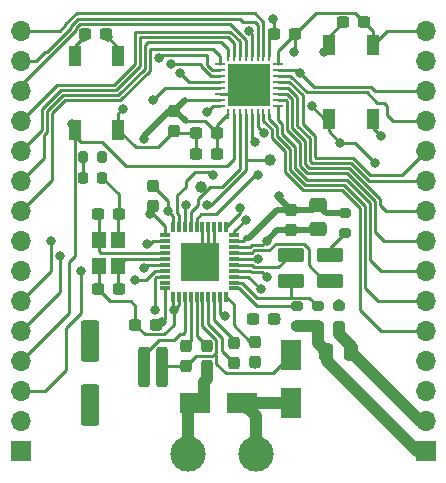
<source format=gbr>
%TF.GenerationSoftware,KiCad,Pcbnew,6.0.6*%
%TF.CreationDate,2022-11-11T11:54:06+01:00*%
%TF.ProjectId,KnxBoard,4b6e7842-6f61-4726-942e-6b696361645f,rev?*%
%TF.SameCoordinates,Original*%
%TF.FileFunction,Copper,L1,Top*%
%TF.FilePolarity,Positive*%
%FSLAX46Y46*%
G04 Gerber Fmt 4.6, Leading zero omitted, Abs format (unit mm)*
G04 Created by KiCad (PCBNEW 6.0.6) date 2022-11-11 11:54:06*
%MOMM*%
%LPD*%
G01*
G04 APERTURE LIST*
G04 Aperture macros list*
%AMRoundRect*
0 Rectangle with rounded corners*
0 $1 Rounding radius*
0 $2 $3 $4 $5 $6 $7 $8 $9 X,Y pos of 4 corners*
0 Add a 4 corners polygon primitive as box body*
4,1,4,$2,$3,$4,$5,$6,$7,$8,$9,$2,$3,0*
0 Add four circle primitives for the rounded corners*
1,1,$1+$1,$2,$3*
1,1,$1+$1,$4,$5*
1,1,$1+$1,$6,$7*
1,1,$1+$1,$8,$9*
0 Add four rect primitives between the rounded corners*
20,1,$1+$1,$2,$3,$4,$5,0*
20,1,$1+$1,$4,$5,$6,$7,0*
20,1,$1+$1,$6,$7,$8,$9,0*
20,1,$1+$1,$8,$9,$2,$3,0*%
G04 Aperture macros list end*
%TA.AperFunction,SMDPad,CuDef*%
%ADD10R,0.250000X0.850000*%
%TD*%
%TA.AperFunction,SMDPad,CuDef*%
%ADD11R,0.850000X0.250000*%
%TD*%
%TA.AperFunction,SMDPad,CuDef*%
%ADD12R,3.600000X3.600000*%
%TD*%
%TA.AperFunction,SMDPad,CuDef*%
%ADD13RoundRect,0.237500X0.300000X0.237500X-0.300000X0.237500X-0.300000X-0.237500X0.300000X-0.237500X0*%
%TD*%
%TA.AperFunction,SMDPad,CuDef*%
%ADD14RoundRect,0.250000X-0.337500X-0.475000X0.337500X-0.475000X0.337500X0.475000X-0.337500X0.475000X0*%
%TD*%
%TA.AperFunction,SMDPad,CuDef*%
%ADD15R,2.500000X1.800000*%
%TD*%
%TA.AperFunction,SMDPad,CuDef*%
%ADD16C,1.000000*%
%TD*%
%TA.AperFunction,SMDPad,CuDef*%
%ADD17RoundRect,0.237500X-0.237500X0.300000X-0.237500X-0.300000X0.237500X-0.300000X0.237500X0.300000X0*%
%TD*%
%TA.AperFunction,SMDPad,CuDef*%
%ADD18R,0.300000X0.850000*%
%TD*%
%TA.AperFunction,SMDPad,CuDef*%
%ADD19R,0.850000X0.300000*%
%TD*%
%TA.AperFunction,SMDPad,CuDef*%
%ADD20R,3.300000X3.300000*%
%TD*%
%TA.AperFunction,SMDPad,CuDef*%
%ADD21RoundRect,0.250000X-0.850000X0.375000X-0.850000X-0.375000X0.850000X-0.375000X0.850000X0.375000X0*%
%TD*%
%TA.AperFunction,SMDPad,CuDef*%
%ADD22RoundRect,0.250000X-0.475000X0.337500X-0.475000X-0.337500X0.475000X-0.337500X0.475000X0.337500X0*%
%TD*%
%TA.AperFunction,SMDPad,CuDef*%
%ADD23RoundRect,0.237500X-0.300000X-0.237500X0.300000X-0.237500X0.300000X0.237500X-0.300000X0.237500X0*%
%TD*%
%TA.AperFunction,ComponentPad*%
%ADD24R,1.700000X1.700000*%
%TD*%
%TA.AperFunction,ComponentPad*%
%ADD25O,1.700000X1.700000*%
%TD*%
%TA.AperFunction,SMDPad,CuDef*%
%ADD26R,1.100000X1.800000*%
%TD*%
%TA.AperFunction,SMDPad,CuDef*%
%ADD27RoundRect,0.250000X-0.550000X1.500000X-0.550000X-1.500000X0.550000X-1.500000X0.550000X1.500000X0*%
%TD*%
%TA.AperFunction,ComponentPad*%
%ADD28C,3.000000*%
%TD*%
%TA.AperFunction,SMDPad,CuDef*%
%ADD29R,1.800000X2.500000*%
%TD*%
%TA.AperFunction,SMDPad,CuDef*%
%ADD30R,1.200000X1.400000*%
%TD*%
%TA.AperFunction,SMDPad,CuDef*%
%ADD31RoundRect,0.237500X0.237500X-0.300000X0.237500X0.300000X-0.237500X0.300000X-0.237500X-0.300000X0*%
%TD*%
%TA.AperFunction,SMDPad,CuDef*%
%ADD32RoundRect,0.200000X0.200000X0.275000X-0.200000X0.275000X-0.200000X-0.275000X0.200000X-0.275000X0*%
%TD*%
%TA.AperFunction,SMDPad,CuDef*%
%ADD33RoundRect,0.200000X-0.275000X0.200000X-0.275000X-0.200000X0.275000X-0.200000X0.275000X0.200000X0*%
%TD*%
%TA.AperFunction,SMDPad,CuDef*%
%ADD34RoundRect,0.200000X0.275000X-0.200000X0.275000X0.200000X-0.275000X0.200000X-0.275000X-0.200000X0*%
%TD*%
%TA.AperFunction,SMDPad,CuDef*%
%ADD35RoundRect,0.250000X-0.250000X-1.450000X0.250000X-1.450000X0.250000X1.450000X-0.250000X1.450000X0*%
%TD*%
%TA.AperFunction,SMDPad,CuDef*%
%ADD36RoundRect,0.250000X0.850000X-0.375000X0.850000X0.375000X-0.850000X0.375000X-0.850000X-0.375000X0*%
%TD*%
%TA.AperFunction,SMDPad,CuDef*%
%ADD37RoundRect,0.218750X0.218750X0.256250X-0.218750X0.256250X-0.218750X-0.256250X0.218750X-0.256250X0*%
%TD*%
%TA.AperFunction,ViaPad*%
%ADD38C,0.800000*%
%TD*%
%TA.AperFunction,Conductor*%
%ADD39C,0.250000*%
%TD*%
%TA.AperFunction,Conductor*%
%ADD40C,0.500000*%
%TD*%
%TA.AperFunction,Conductor*%
%ADD41C,1.000000*%
%TD*%
G04 APERTURE END LIST*
D10*
%TO.P,IC0,1,VDD_1*%
%TO.N,VDD*%
X107414000Y-38952000D03*
%TO.P,IC0,2,PF0-OSC_IN*%
%TO.N,CLK16*%
X106914000Y-38952000D03*
%TO.P,IC0,3,PF1-OSC_OUT*%
%TO.N,/MCU/PF1*%
X106414000Y-38952000D03*
%TO.P,IC0,4,PG10-NRST*%
%TO.N,/MCU/NRST*%
X105914000Y-38952000D03*
%TO.P,IC0,5,PA0*%
%TO.N,/MCU/PA0*%
X105414000Y-38952000D03*
%TO.P,IC0,6,PA1*%
%TO.N,/MCU/PA1*%
X104914000Y-38952000D03*
%TO.P,IC0,7,PA2*%
%TO.N,/MCU/DEBUG_UART_TX*%
X104414000Y-38952000D03*
%TO.P,IC0,8,PA3*%
%TO.N,/MCU/DEBUG_UART_RX*%
X103914000Y-38952000D03*
D11*
%TO.P,IC0,9,PA4*%
%TO.N,/MCU/PA4*%
X103214000Y-39652000D03*
%TO.P,IC0,10,PA5*%
%TO.N,/MCU/PA5*%
X103214000Y-40152000D03*
%TO.P,IC0,11,PA6*%
%TO.N,/MCU/PA6*%
X103214000Y-40652000D03*
%TO.P,IC0,12,PA7*%
%TO.N,/MCU/PA7*%
X103214000Y-41152000D03*
%TO.P,IC0,13,PB0*%
%TO.N,Led*%
X103214000Y-41652000D03*
%TO.P,IC0,14,VSSA*%
%TO.N,GNDREF*%
X103214000Y-42152000D03*
%TO.P,IC0,15,VDDA*%
%TO.N,VDD*%
X103214000Y-42652000D03*
%TO.P,IC0,16,VSS_1*%
%TO.N,GNDREF*%
X103214000Y-43152000D03*
D10*
%TO.P,IC0,17,VDD_2*%
%TO.N,VDD*%
X103914000Y-43852000D03*
%TO.P,IC0,18,PA8*%
%TO.N,Prog*%
X104414000Y-43852000D03*
%TO.P,IC0,19,PA9*%
%TO.N,/KNXIFACE/KNX_RXD*%
X104914000Y-43852000D03*
%TO.P,IC0,20,PA10*%
%TO.N,/KNXIFACE/KNX_TXD*%
X105414000Y-43852000D03*
%TO.P,IC0,21,PA11*%
%TO.N,KNX_RESETB*%
X105914000Y-43852000D03*
%TO.P,IC0,22,PA12*%
%TO.N,KNX_SAVEB*%
X106414000Y-43852000D03*
%TO.P,IC0,23,PA13*%
%TO.N,/MCU/DEBUG_JTMS-SWDIO*%
X106914000Y-43852000D03*
%TO.P,IC0,24,PA14*%
%TO.N,/MCU/DEBUG_JTCK-SWCLK*%
X107414000Y-43852000D03*
D11*
%TO.P,IC0,25,PA15*%
%TO.N,/MCU/PA15*%
X108114000Y-43152000D03*
%TO.P,IC0,26,PB3*%
%TO.N,/MCU/PB3*%
X108114000Y-42652000D03*
%TO.P,IC0,27,PB4*%
%TO.N,/MCU/PB4*%
X108114000Y-42152000D03*
%TO.P,IC0,28,PB5*%
%TO.N,/MCU/PB5*%
X108114000Y-41652000D03*
%TO.P,IC0,29,PB6*%
%TO.N,/MCU/PB6*%
X108114000Y-41152000D03*
%TO.P,IC0,30,PB7*%
%TO.N,/MCU/PB7*%
X108114000Y-40652000D03*
%TO.P,IC0,31,PB8-BOOT0*%
%TO.N,/MCU/PB8*%
X108114000Y-40152000D03*
%TO.P,IC0,32,VSS_2*%
%TO.N,GNDREF*%
X108114000Y-39652000D03*
D12*
%TO.P,IC0,33,EP*%
X105664000Y-41402000D03*
%TD*%
D13*
%TO.P,C23,1*%
%TO.N,VDD*%
X102970500Y-47244000D03*
%TO.P,C23,2*%
%TO.N,GNDREF*%
X101245500Y-47244000D03*
%TD*%
D14*
%TO.P,C11,1*%
%TO.N,+12V*%
X112246500Y-64008000D03*
%TO.P,C11,2*%
%TO.N,GNDREF*%
X114321500Y-64008000D03*
%TD*%
D15*
%TO.P,D2,1,A1*%
%TO.N,GNDREF*%
X101124000Y-68326000D03*
%TO.P,D2,2,A2*%
%TO.N,/KNXIFACE/KNX+*%
X105124000Y-68326000D03*
%TD*%
D16*
%TO.P,TP1,1,1*%
%TO.N,/KNXIFACE/KNX_RXD*%
X101600000Y-50038000D03*
%TD*%
D17*
%TO.P,C5,1*%
%TO.N,Net-(C5-Pad1)*%
X100330000Y-63500000D03*
%TO.P,C5,2*%
%TO.N,Net-(C5-Pad2)*%
X100330000Y-65225000D03*
%TD*%
D18*
%TO.P,IC1,1,VSSA*%
%TO.N,GNDREF*%
X99252000Y-59335500D03*
%TO.P,IC1,2,VBUS2*%
X99752000Y-59335500D03*
%TO.P,IC1,3,TX0*%
%TO.N,Net-(IC1-Pad3)*%
X100252000Y-59335500D03*
%TO.P,IC1,4,CCP*%
%TO.N,Net-(C5-Pad1)*%
X100752000Y-59335500D03*
%TO.P,IC1,5,CAV*%
%TO.N,Net-(C7-Pad1)*%
X101252000Y-59335500D03*
%TO.P,IC1,6,VBUS1*%
%TO.N,Net-(C5-Pad2)*%
X101752000Y-59335500D03*
%TO.P,IC1,7,CEQ1*%
%TO.N,Net-(C6-Pad1)*%
X102252000Y-59335500D03*
%TO.P,IC1,8,CEQ2*%
%TO.N,Net-(C6-Pad2)*%
X102752000Y-59335500D03*
%TO.P,IC1,9,VFILT*%
%TO.N,/KNXIFACE/Vfilt*%
X103252000Y-59335500D03*
%TO.P,IC1,10,V20V*%
%TO.N,Net-(C10-Pad1)*%
X103752000Y-59335500D03*
D19*
%TO.P,IC1,11,VDD2MV*%
%TO.N,Net-(IC1-Pad11)*%
X104452000Y-58635500D03*
%TO.P,IC1,12,VDD2MC*%
%TO.N,Net-(IC1-Pad12)*%
X104452000Y-58135500D03*
%TO.P,IC1,13,VDD2*%
%TO.N,+12V*%
X104452000Y-57635500D03*
%TO.P,IC1,14,VSS2*%
%TO.N,GNDREF*%
X104452000Y-57135500D03*
%TO.P,IC1,15,VSW2*%
%TO.N,Net-(IC1-Pad15)*%
X104452000Y-56635500D03*
%TO.P,IC1,16,VIN*%
%TO.N,/KNXIFACE/Vfilt*%
X104452000Y-56135500D03*
%TO.P,IC1,17,VSW1*%
%TO.N,Net-(IC1-Pad17)*%
X104452000Y-55635500D03*
%TO.P,IC1,18,VSS1*%
%TO.N,GNDREF*%
X104452000Y-55135500D03*
%TO.P,IC1,19,VDD1*%
%TO.N,+3V3*%
X104452000Y-54635500D03*
%TO.P,IC1,20,VDD1M*%
%TO.N,Net-(IC1-Pad20)*%
X104452000Y-54135500D03*
D18*
%TO.P,IC1,21,XCLKC*%
%TO.N,Net-(IC1-Pad21)*%
X103752000Y-53435500D03*
%TO.P,IC1,22,TRIG*%
%TO.N,unconnected-(IC1-Pad22)*%
X103252000Y-53435500D03*
%TO.P,IC1,23,MODE1*%
%TO.N,GNDREF*%
X102752000Y-53435500D03*
%TO.P,IC1,24,MODE2*%
X102252000Y-53435500D03*
%TO.P,IC1,25,TREQ*%
X101752000Y-53435500D03*
%TO.P,IC1,26,CSB/UC1*%
%TO.N,Net-(IC1-Pad26)*%
X101252000Y-53435500D03*
%TO.P,IC1,27,SDI/RXD*%
%TO.N,/KNXIFACE/KNX_RXD*%
X100752000Y-53435500D03*
%TO.P,IC1,28,SDO/TXD*%
%TO.N,/KNXIFACE/KNX_TXD*%
X100252000Y-53435500D03*
%TO.P,IC1,29,SCK/UC2*%
%TO.N,Net-(IC1-Pad29)*%
X99752000Y-53435500D03*
%TO.P,IC1,30,VDDD*%
%TO.N,+3V3*%
X99252000Y-53435500D03*
D19*
%TO.P,IC1,31,VSSD*%
%TO.N,GNDREF*%
X98552000Y-54135500D03*
%TO.P,IC1,32,XCLK*%
%TO.N,CLK16*%
X98552000Y-54635500D03*
%TO.P,IC1,33,XSEL*%
%TO.N,unconnected-(IC1-Pad33)*%
X98552000Y-55135500D03*
%TO.P,IC1,34,XTAL2*%
%TO.N,Net-(C17-Pad2)*%
X98552000Y-55635500D03*
%TO.P,IC1,35,XTAL1*%
%TO.N,Net-(C16-Pad2)*%
X98552000Y-56135500D03*
%TO.P,IC1,36,SAVEB*%
%TO.N,KNX_SAVEB*%
X98552000Y-56635500D03*
%TO.P,IC1,37,RESETB*%
%TO.N,KNX_RESETB*%
X98552000Y-57135500D03*
%TO.P,IC1,38,FANIN*%
%TO.N,Net-(IC1-Pad38)*%
X98552000Y-57635500D03*
%TO.P,IC1,39,ANAOUT*%
%TO.N,unconnected-(IC1-Pad39)*%
X98552000Y-58135500D03*
%TO.P,IC1,40,VDDA*%
%TO.N,+3V3*%
X98552000Y-58635500D03*
D20*
%TO.P,IC1,41,EP*%
%TO.N,GNDREF*%
X101502000Y-56385500D03*
%TD*%
D21*
%TO.P,L2,1,1*%
%TO.N,Net-(IC1-Pad15)*%
X109220000Y-55821000D03*
%TO.P,L2,2,2*%
%TO.N,Net-(IC1-Pad12)*%
X109220000Y-57971000D03*
%TD*%
D17*
%TO.P,C10,1*%
%TO.N,Net-(C10-Pad1)*%
X106172000Y-63145500D03*
%TO.P,C10,2*%
%TO.N,GNDREF*%
X106172000Y-64870500D03*
%TD*%
D13*
%TO.P,C17,1*%
%TO.N,GNDREF*%
X94644000Y-52321500D03*
%TO.P,C17,2*%
%TO.N,Net-(C17-Pad2)*%
X92919000Y-52321500D03*
%TD*%
D17*
%TO.P,C4,1*%
%TO.N,+3V3*%
X97536000Y-49937500D03*
%TO.P,C4,2*%
%TO.N,GNDREF*%
X97536000Y-51662500D03*
%TD*%
D22*
%TO.P,C12,1*%
%TO.N,+3V3*%
X111506000Y-51540500D03*
%TO.P,C12,2*%
%TO.N,GNDREF*%
X111506000Y-53615500D03*
%TD*%
D23*
%TO.P,C20,1*%
%TO.N,/MCU/NRST*%
X113691500Y-36068000D03*
%TO.P,C20,2*%
%TO.N,GNDREF*%
X115416500Y-36068000D03*
%TD*%
D24*
%TO.P,J1,1,Pin_1*%
%TO.N,+12V*%
X120650000Y-72390000D03*
D25*
%TO.P,J1,2,Pin_2*%
%TO.N,GNDREF*%
X120650000Y-69850000D03*
%TO.P,J1,3,Pin_3*%
X120650000Y-67310000D03*
%TO.P,J1,4,Pin_4*%
%TO.N,/MCU/NRST*%
X120650000Y-64770000D03*
%TO.P,J1,5,Pin_5*%
%TO.N,/MCU/DEBUG_JTMS-SWDIO*%
X120650000Y-62230000D03*
%TO.P,J1,6,Pin_6*%
%TO.N,/MCU/DEBUG_JTCK-SWCLK*%
X120650000Y-59690000D03*
%TO.P,J1,7,Pin_7*%
%TO.N,/MCU/PA15*%
X120650000Y-57150000D03*
%TO.P,J1,8,Pin_8*%
%TO.N,/MCU/PB3*%
X120650000Y-54610000D03*
%TO.P,J1,9,Pin_9*%
%TO.N,/MCU/PB4*%
X120650000Y-52070000D03*
%TO.P,J1,10,Pin_10*%
%TO.N,/MCU/PB5*%
X120650000Y-49530000D03*
%TO.P,J1,11,Pin_11*%
%TO.N,/MCU/PB6*%
X120650000Y-46990000D03*
%TO.P,J1,12,Pin_12*%
%TO.N,/MCU/PB7*%
X120650000Y-44450000D03*
%TO.P,J1,13,Pin_13*%
%TO.N,/MCU/PB8*%
X120650000Y-41910000D03*
%TO.P,J1,14,Pin_14*%
%TO.N,VDD*%
X120650000Y-39370000D03*
%TO.P,J1,15,Pin_15*%
%TO.N,GNDREF*%
X120650000Y-36830000D03*
%TD*%
D13*
%TO.P,C21,1*%
%TO.N,GNDREF*%
X109574500Y-37084000D03*
%TO.P,C21,2*%
%TO.N,VDD*%
X107849500Y-37084000D03*
%TD*%
D17*
%TO.P,C7,1*%
%TO.N,Net-(C7-Pad1)*%
X102108000Y-63500000D03*
%TO.P,C7,2*%
%TO.N,GNDREF*%
X102108000Y-65225000D03*
%TD*%
D26*
%TO.P,B0,1,1*%
%TO.N,/MCU/NRST*%
X112450000Y-38048000D03*
X112450000Y-44248000D03*
%TO.P,B0,2,2*%
%TO.N,GNDREF*%
X116150000Y-44248000D03*
X116150000Y-38048000D03*
%TD*%
D27*
%TO.P,C9,1*%
%TO.N,/KNXIFACE/Vfilt*%
X92202000Y-63086000D03*
%TO.P,C9,2*%
%TO.N,GNDREF*%
X92202000Y-68486000D03*
%TD*%
D24*
%TO.P,J2,1,Pin_1*%
%TO.N,GNDREF*%
X86360000Y-72390000D03*
D25*
%TO.P,J2,2,Pin_2*%
X86360000Y-69850000D03*
%TO.P,J2,3,Pin_3*%
%TO.N,VDD*%
X86360000Y-67310000D03*
%TO.P,J2,4,Pin_4*%
%TO.N,Prog*%
X86360000Y-64770000D03*
%TO.P,J2,5,Pin_5*%
%TO.N,Led*%
X86360000Y-62230000D03*
%TO.P,J2,6,Pin_6*%
%TO.N,/MCU/PA7*%
X86360000Y-59690000D03*
%TO.P,J2,7,Pin_7*%
%TO.N,/MCU/PA6*%
X86360000Y-57150000D03*
%TO.P,J2,8,Pin_8*%
%TO.N,/MCU/PA5*%
X86360000Y-54610000D03*
%TO.P,J2,9,Pin_9*%
%TO.N,/MCU/PA4*%
X86360000Y-52070000D03*
%TO.P,J2,10,Pin_10*%
%TO.N,/MCU/DEBUG_UART_RX*%
X86360000Y-49530000D03*
%TO.P,J2,11,Pin_11*%
%TO.N,/MCU/DEBUG_UART_TX*%
X86360000Y-46990000D03*
%TO.P,J2,12,Pin_12*%
%TO.N,/MCU/PA1*%
X86360000Y-44450000D03*
%TO.P,J2,13,Pin_13*%
%TO.N,/MCU/PA0*%
X86360000Y-41910000D03*
%TO.P,J2,14,Pin_14*%
%TO.N,/MCU/PF1*%
X86360000Y-39370000D03*
%TO.P,J2,15,Pin_15*%
%TO.N,CLK16*%
X86360000Y-36830000D03*
%TD*%
D23*
%TO.P,C16,1*%
%TO.N,GNDREF*%
X92919000Y-58671500D03*
%TO.P,C16,2*%
%TO.N,Net-(C16-Pad2)*%
X94644000Y-58671500D03*
%TD*%
D16*
%TO.P,TP2,1,1*%
%TO.N,/KNXIFACE/KNX_TXD*%
X107442000Y-47752000D03*
%TD*%
D23*
%TO.P,C3,1*%
%TO.N,GNDREF*%
X96067500Y-61719500D03*
%TO.P,C3,2*%
%TO.N,+3V3*%
X97792500Y-61719500D03*
%TD*%
D28*
%TO.P,J4,1,Pin_1*%
%TO.N,GNDREF*%
X100503000Y-72634000D03*
%TO.P,J4,2,Pin_2*%
%TO.N,/KNXIFACE/KNX+*%
X106253000Y-72634000D03*
%TD*%
D29*
%TO.P,D1,1,K*%
%TO.N,Net-(C5-Pad2)*%
X109220000Y-64294000D03*
%TO.P,D1,2,A*%
%TO.N,/KNXIFACE/KNX+*%
X109220000Y-68294000D03*
%TD*%
D30*
%TO.P,X1,1,1*%
%TO.N,Net-(C16-Pad2)*%
X94581500Y-56723500D03*
%TO.P,X1,2,2*%
%TO.N,GNDREF*%
X94581500Y-54523500D03*
%TO.P,X1,3,3*%
%TO.N,Net-(C17-Pad2)*%
X92981500Y-54523500D03*
%TO.P,X1,4,4*%
%TO.N,GNDREF*%
X92981500Y-56723500D03*
%TD*%
D23*
%TO.P,C30,1*%
%TO.N,Prog*%
X91847500Y-37084000D03*
%TO.P,C30,2*%
%TO.N,GNDREF*%
X93572500Y-37084000D03*
%TD*%
D31*
%TO.P,C6,1*%
%TO.N,Net-(C6-Pad1)*%
X104394000Y-64971000D03*
%TO.P,C6,2*%
%TO.N,Net-(C6-Pad2)*%
X104394000Y-63246000D03*
%TD*%
D13*
%TO.P,C22,1*%
%TO.N,VDD*%
X102970500Y-45466000D03*
%TO.P,C22,2*%
%TO.N,GNDREF*%
X101245500Y-45466000D03*
%TD*%
D23*
%TO.P,C8,1*%
%TO.N,/KNXIFACE/Vfilt*%
X106071500Y-61214000D03*
%TO.P,C8,2*%
%TO.N,GNDREF*%
X107796500Y-61214000D03*
%TD*%
D32*
%TO.P,R30,1*%
%TO.N,Led*%
X93281000Y-47498000D03*
%TO.P,R30,2*%
%TO.N,Net-(LD1-Pad2)*%
X91631000Y-47498000D03*
%TD*%
D33*
%TO.P,R20,1*%
%TO.N,Net-(IC1-Pad12)*%
X111506000Y-60135000D03*
%TO.P,R20,2*%
%TO.N,+12V*%
X111506000Y-61785000D03*
%TD*%
D34*
%TO.P,R22,1*%
%TO.N,GNDREF*%
X113284000Y-61785000D03*
%TO.P,R22,2*%
%TO.N,Net-(IC1-Pad11)*%
X113284000Y-60135000D03*
%TD*%
D35*
%TO.P,R10,1*%
%TO.N,Net-(IC1-Pad3)*%
X96786000Y-65278000D03*
%TO.P,R10,2*%
%TO.N,Net-(C5-Pad2)*%
X98286000Y-65278000D03*
%TD*%
D26*
%TO.P,B2,1,1*%
%TO.N,Prog*%
X90932000Y-45193222D03*
X90932000Y-38993222D03*
%TO.P,B2,2,2*%
%TO.N,GNDREF*%
X94632000Y-45193222D03*
X94632000Y-38993222D03*
%TD*%
D36*
%TO.P,L3,1,1*%
%TO.N,Net-(IC1-Pad17)*%
X112522000Y-57971000D03*
%TO.P,L3,2,2*%
%TO.N,Net-(IC1-Pad20)*%
X112522000Y-55821000D03*
%TD*%
D33*
%TO.P,R18,1*%
%TO.N,Net-(IC1-Pad11)*%
X109728000Y-60135000D03*
%TO.P,R18,2*%
%TO.N,+12V*%
X109728000Y-61785000D03*
%TD*%
D37*
%TO.P,LD1,1,K*%
%TO.N,GNDREF*%
X93243500Y-49276000D03*
%TO.P,LD1,2,A*%
%TO.N,Net-(LD1-Pad2)*%
X91668500Y-49276000D03*
%TD*%
D34*
%TO.P,R21,1*%
%TO.N,Net-(IC1-Pad20)*%
X113792000Y-53911000D03*
%TO.P,R21,2*%
%TO.N,+3V3*%
X113792000Y-52261000D03*
%TD*%
D17*
%TO.P,C24,1*%
%TO.N,VDD*%
X99314000Y-43587500D03*
%TO.P,C24,2*%
%TO.N,GNDREF*%
X99314000Y-45312500D03*
%TD*%
%TO.P,C4,1*%
%TO.N,+3V3*%
X109220000Y-51969500D03*
%TO.P,C4,2*%
%TO.N,GNDREF*%
X109220000Y-53694500D03*
%TD*%
D38*
%TO.N,GNDREF*%
X111427000Y-53694500D03*
%TO.N,Net-(IC1-Pad21)*%
X104902000Y-51816000D03*
%TO.N,Prog*%
X90678000Y-44704000D03*
X91694000Y-37338000D03*
%TO.N,+3V3*%
X98298000Y-61468000D03*
X98806000Y-52070000D03*
X97536000Y-49937500D03*
X108204000Y-50800000D03*
%TO.N,+12V*%
X109728000Y-61722000D03*
X106680000Y-58674000D03*
%TO.N,/MCU/NRST*%
X105664000Y-36830000D03*
X113437500Y-46328500D03*
X116332000Y-48006000D03*
X110998000Y-43180000D03*
X112014000Y-38608000D03*
%TO.N,VDD*%
X107696000Y-35814000D03*
X96774000Y-45974000D03*
X91440000Y-57150000D03*
X99314000Y-43587500D03*
%TO.N,CLK16*%
X97028000Y-54864000D03*
%TO.N,Led*%
X89662000Y-55880000D03*
X97536000Y-42672000D03*
X93218000Y-47498000D03*
%TO.N,GNDREF*%
X107950000Y-61214000D03*
X94996000Y-43434000D03*
X104648000Y-41402000D03*
X101854000Y-66548000D03*
X101600000Y-57404000D03*
X105664000Y-40386000D03*
X106680000Y-42418000D03*
X105664000Y-42418000D03*
X92202000Y-68326000D03*
X113284000Y-61976000D03*
X102616000Y-56388000D03*
X106680000Y-40386000D03*
X92981500Y-56878500D03*
X93726000Y-37338000D03*
X104648000Y-42418000D03*
X104648000Y-40386000D03*
X102616000Y-55372000D03*
X101600000Y-56385500D03*
X97282000Y-52324000D03*
X100584000Y-55372000D03*
X116840000Y-45720000D03*
X100584000Y-57404000D03*
X99314000Y-60452000D03*
X106680000Y-41402000D03*
X102616000Y-57404000D03*
X107188000Y-54610000D03*
X94581500Y-54523500D03*
X107188000Y-57658000D03*
X109474000Y-38608000D03*
X106172000Y-65024000D03*
X100584000Y-56388000D03*
X105664000Y-41402000D03*
X101600000Y-55372000D03*
X102108000Y-43688000D03*
%TO.N,/KNXIFACE/Vfilt*%
X106426000Y-56134000D03*
X103632000Y-60960000D03*
X92202000Y-63500000D03*
X105918000Y-61214000D03*
%TO.N,/MCU/PB8*%
X109982000Y-40386000D03*
%TO.N,/MCU/PA5*%
X98044000Y-39116000D03*
%TO.N,/MCU/PA6*%
X99060000Y-39624000D03*
%TO.N,/MCU/PA7*%
X99822000Y-40386000D03*
X88900000Y-54610000D03*
%TO.N,KNX_RESETB*%
X106172000Y-46228000D03*
X96012000Y-57912000D03*
%TO.N,KNX_SAVEB*%
X96774000Y-56896000D03*
X106934000Y-45466000D03*
%TO.N,Net-(IC1-Pad11)*%
X109728000Y-60135000D03*
X113284000Y-59944000D03*
%TO.N,Net-(IC1-Pad20)*%
X105410000Y-52832000D03*
X112522000Y-55626000D03*
%TO.N,Net-(IC1-Pad38)*%
X97692000Y-60452000D03*
%TO.N,Net-(IC1-Pad26)*%
X106426000Y-49022000D03*
%TO.N,Net-(IC1-Pad29)*%
X102616000Y-49022000D03*
%TO.N,/KNXIFACE/KNX_TXD*%
X100330000Y-51562000D03*
X102108000Y-51562000D03*
%TD*%
D39*
%TO.N,Net-(IC1-Pad21)*%
X104902000Y-51816000D02*
X104902000Y-52285500D01*
X104902000Y-52285500D02*
X103752000Y-53435500D01*
%TO.N,CLK16*%
X97561500Y-54635500D02*
X97333000Y-54864000D01*
X97333000Y-54864000D02*
X97028000Y-54864000D01*
D40*
%TO.N,VDD*%
X96774000Y-45974000D02*
X96774000Y-45720000D01*
X96774000Y-45720000D02*
X98906500Y-43587500D01*
D39*
X98906500Y-43587500D02*
X99314000Y-43587500D01*
%TO.N,+3V3*%
X104452000Y-54635500D02*
X105167400Y-54635500D01*
X105167400Y-54635500D02*
X105449417Y-54353483D01*
D40*
X105449417Y-54353483D02*
X105666517Y-54353483D01*
X105666517Y-54353483D02*
X108050500Y-51969500D01*
X108050500Y-51969500D02*
X109066500Y-51969500D01*
D39*
%TO.N,Net-(IC1-Pad20)*%
X104452000Y-54135500D02*
X104452000Y-53790000D01*
X104452000Y-53790000D02*
X105410000Y-52832000D01*
D41*
%TO.N,GNDREF*%
X113284000Y-61976000D02*
X113284000Y-62484000D01*
X113284000Y-62484000D02*
X114321500Y-63521500D01*
D39*
X114321500Y-63521500D02*
X114321500Y-64008000D01*
D41*
%TO.N,+12V*%
X112268000Y-64008000D02*
X112268000Y-64770000D01*
X112268000Y-64770000D02*
X119888000Y-72390000D01*
X119888000Y-72390000D02*
X120650000Y-72390000D01*
D39*
X112246500Y-64008000D02*
X112268000Y-64008000D01*
D41*
%TO.N,GNDREF*%
X120650000Y-69850000D02*
X120142000Y-69850000D01*
X120142000Y-69850000D02*
X114321500Y-64029500D01*
D39*
X114321500Y-64029500D02*
X114321500Y-64008000D01*
%TO.N,CLK16*%
X106914000Y-38952000D02*
X106914000Y-36048000D01*
X106914000Y-36048000D02*
X106172000Y-35306000D01*
X89662000Y-36830000D02*
X86360000Y-36830000D01*
X106172000Y-35306000D02*
X91118143Y-35306000D01*
X91118143Y-35306000D02*
X90154600Y-36269543D01*
X90154600Y-36269543D02*
X90154600Y-36337400D01*
X90154600Y-36337400D02*
X89662000Y-36830000D01*
%TO.N,/MCU/PF1*%
X106414000Y-38952000D02*
X106414000Y-36334000D01*
X91213729Y-35814000D02*
X90581400Y-36446329D01*
X90581400Y-36446329D02*
X90581400Y-36577014D01*
X106414000Y-36334000D02*
X106426000Y-36322000D01*
X90581400Y-36577014D02*
X88550414Y-38608000D01*
X106426000Y-36322000D02*
X106172000Y-36068000D01*
X88392000Y-38608000D02*
X87630000Y-39370000D01*
X106172000Y-36068000D02*
X105156000Y-36068000D01*
X105156000Y-36068000D02*
X104902000Y-35814000D01*
X87630000Y-39370000D02*
X86360000Y-39370000D01*
X104902000Y-35814000D02*
X91213729Y-35814000D01*
X88550414Y-38608000D02*
X88392000Y-38608000D01*
%TO.N,/MCU/PA0*%
X105414000Y-38952000D02*
X105414000Y-37596000D01*
X105414000Y-37596000D02*
X104058800Y-36240800D01*
X104058800Y-36240800D02*
X91390515Y-36240800D01*
X86360000Y-41402000D02*
X86360000Y-41910000D01*
X91390515Y-36240800D02*
X91008200Y-36623115D01*
X91008200Y-36623115D02*
X91008200Y-36753800D01*
X91008200Y-36753800D02*
X86360000Y-41402000D01*
%TO.N,Prog*%
X90932000Y-38100000D02*
X91694000Y-37338000D01*
X103789104Y-48260000D02*
X95250000Y-48260000D01*
X90929200Y-54099200D02*
X90932000Y-54102000D01*
X91430222Y-46218222D02*
X90932000Y-45720000D01*
X95250000Y-48260000D02*
X93208222Y-46218222D01*
X90932000Y-45720000D02*
X90932000Y-45193222D01*
X90424000Y-56388000D02*
X90424000Y-60706000D01*
X90932000Y-38993222D02*
X90932000Y-38100000D01*
X104414000Y-47635104D02*
X103789104Y-48260000D01*
X93208222Y-46218222D02*
X91430222Y-46218222D01*
X90932000Y-55880000D02*
X90424000Y-56388000D01*
X90932000Y-54102000D02*
X90932000Y-55880000D01*
X104414000Y-43852000D02*
X104414000Y-47635104D01*
X90424000Y-60706000D02*
X86360000Y-64770000D01*
X90932000Y-45193222D02*
X90929200Y-45196022D01*
X90929200Y-45196022D02*
X90929200Y-54099200D01*
%TO.N,+3V3*%
X98552000Y-58635500D02*
X98552000Y-61214000D01*
D40*
X113792000Y-52261000D02*
X112226500Y-52261000D01*
X108204000Y-50953500D02*
X109220000Y-51969500D01*
D39*
X98552000Y-61214000D02*
X98298000Y-61468000D01*
X98806000Y-52070000D02*
X98806000Y-51207500D01*
X98298000Y-61214000D02*
X97792500Y-61719500D01*
X108204000Y-50800000D02*
X108204000Y-50953500D01*
X99252000Y-52516000D02*
X98806000Y-52070000D01*
D40*
X109220000Y-51969500D02*
X111077000Y-51969500D01*
X112226500Y-52261000D02*
X111506000Y-51540500D01*
D39*
X98806000Y-51207500D02*
X97536000Y-49937500D01*
X99252000Y-53435500D02*
X99252000Y-52516000D01*
%TO.N,+12V*%
X105641500Y-57635500D02*
X106680000Y-58674000D01*
X104452000Y-57635500D02*
X105641500Y-57635500D01*
D41*
X111506000Y-63267500D02*
X112246500Y-64008000D01*
X109728000Y-61785000D02*
X111506000Y-61785000D01*
X111506000Y-61785000D02*
X111506000Y-63267500D01*
D39*
%TO.N,/MCU/NRST*%
X105914000Y-37080000D02*
X105664000Y-36830000D01*
X112450000Y-44248000D02*
X112066000Y-44248000D01*
X112450000Y-37309500D02*
X113691500Y-36068000D01*
X105914000Y-38952000D02*
X105914000Y-37080000D01*
X112450000Y-45341000D02*
X113437500Y-46328500D01*
X112450000Y-38048000D02*
X112450000Y-37309500D01*
X112066000Y-44248000D02*
X110998000Y-43180000D01*
X112450000Y-44248000D02*
X112450000Y-45341000D01*
X114654500Y-46328500D02*
X116332000Y-48006000D01*
X113437500Y-46328500D02*
X114654500Y-46328500D01*
%TO.N,VDD*%
X107849500Y-37084000D02*
X107849500Y-35967500D01*
D40*
X99467500Y-43587500D02*
X100330000Y-44450000D01*
D39*
X91440000Y-60706000D02*
X90170000Y-61976000D01*
X107414000Y-37519500D02*
X107849500Y-37084000D01*
X90170000Y-61976000D02*
X90170000Y-65532000D01*
X90170000Y-65532000D02*
X88392000Y-67310000D01*
X88392000Y-67310000D02*
X86360000Y-67310000D01*
D40*
X100249500Y-42652000D02*
X99314000Y-43587500D01*
D39*
X103214000Y-42652000D02*
X100249500Y-42652000D01*
X100330000Y-44450000D02*
X101954500Y-44450000D01*
X101954500Y-44450000D02*
X102970500Y-45466000D01*
X99314000Y-43587500D02*
X99467500Y-43587500D01*
X102970500Y-44795500D02*
X103914000Y-43852000D01*
X107849500Y-35967500D02*
X107696000Y-35814000D01*
X102970500Y-47244000D02*
X102970500Y-45466000D01*
X107414000Y-38952000D02*
X107414000Y-37519500D01*
X102970500Y-45466000D02*
X102970500Y-44795500D01*
X91440000Y-57150000D02*
X91440000Y-60706000D01*
%TO.N,CLK16*%
X98552000Y-54635500D02*
X97561500Y-54635500D01*
%TO.N,Led*%
X89662000Y-58928000D02*
X86360000Y-62230000D01*
X89662000Y-55880000D02*
X89662000Y-58928000D01*
X98556000Y-41652000D02*
X97536000Y-42672000D01*
X103214000Y-41652000D02*
X98556000Y-41652000D01*
%TO.N,GNDREF*%
X105776375Y-55135500D02*
X105943275Y-54968600D01*
X94632000Y-45193222D02*
X94632000Y-43798000D01*
X98298000Y-53086000D02*
X97536000Y-52324000D01*
X117368000Y-36830000D02*
X116150000Y-38048000D01*
X92981500Y-56878500D02*
X92981500Y-58609000D01*
X96862700Y-62514700D02*
X98506100Y-62514700D01*
X96067500Y-61719500D02*
X96862700Y-62514700D01*
X99752000Y-59335500D02*
X99752000Y-60014000D01*
X96067500Y-60097517D02*
X95658741Y-59688758D01*
D41*
X100503000Y-72126000D02*
X100503000Y-68947000D01*
D39*
X114639700Y-35291200D02*
X115416500Y-36068000D01*
X116150000Y-44248000D02*
X116150000Y-45030000D01*
X92981500Y-56723500D02*
X92981500Y-56878500D01*
X95658741Y-59688758D02*
X93936258Y-59688758D01*
X116150000Y-38048000D02*
X116150000Y-36801500D01*
X102752000Y-53435500D02*
X102752000Y-55236000D01*
X105916608Y-57281000D02*
X106811000Y-57281000D01*
X99752000Y-60014000D02*
X99314000Y-60452000D01*
X111367300Y-35291200D02*
X114639700Y-35291200D01*
X116150000Y-45030000D02*
X116840000Y-45720000D01*
X97950700Y-46675800D02*
X99314000Y-45312500D01*
X94632000Y-38244000D02*
X93726000Y-37338000D01*
X102108000Y-66294000D02*
X101854000Y-66548000D01*
X108114000Y-38544500D02*
X109574500Y-37084000D01*
X101752000Y-53435500D02*
X101752000Y-55220000D01*
X94644000Y-50676500D02*
X93243500Y-49276000D01*
D40*
X109220000Y-53694500D02*
X111427000Y-53694500D01*
D39*
X96114578Y-46675800D02*
X97950700Y-46675800D01*
X103214000Y-43152000D02*
X102644000Y-43152000D01*
X99252000Y-60390000D02*
X99314000Y-60452000D01*
X109574500Y-38507500D02*
X109474000Y-38608000D01*
X106829400Y-54968600D02*
X107188000Y-54610000D01*
X116150000Y-36801500D02*
X115416500Y-36068000D01*
D41*
X101854000Y-66548000D02*
X101854000Y-67596000D01*
D39*
X94581500Y-54523500D02*
X94581500Y-52384000D01*
X102644000Y-43152000D02*
X102108000Y-43688000D01*
X99467500Y-45466000D02*
X99314000Y-45312500D01*
X106811000Y-57281000D02*
X107188000Y-57658000D01*
X120650000Y-36830000D02*
X117368000Y-36830000D01*
X102252000Y-53435500D02*
X102252000Y-55635500D01*
X109574500Y-37084000D02*
X111367300Y-35291200D01*
X101245500Y-45466000D02*
X99467500Y-45466000D01*
D41*
X102108000Y-65225000D02*
X102108000Y-66294000D01*
D39*
X101245500Y-47244000D02*
X101245500Y-46328500D01*
X98552000Y-54135500D02*
X98552000Y-53340000D01*
X104452000Y-57135500D02*
X105771108Y-57135500D01*
D40*
X107188000Y-54610000D02*
X108103500Y-53694500D01*
D39*
X105771108Y-57135500D02*
X105916608Y-57281000D01*
X105943275Y-54968600D02*
X106829400Y-54968600D01*
X94632000Y-45193222D02*
X96114578Y-46675800D01*
X108114000Y-39652000D02*
X108114000Y-38544500D01*
X94632000Y-43798000D02*
X94996000Y-43434000D01*
X99314000Y-61706800D02*
X99314000Y-60452000D01*
X98552000Y-53340000D02*
X98298000Y-53086000D01*
X99252000Y-59335500D02*
X99252000Y-60390000D01*
X104452000Y-55135500D02*
X105776375Y-55135500D01*
X97536000Y-52324000D02*
X97536000Y-51662500D01*
X109574500Y-37084000D02*
X109574500Y-38507500D01*
X94632000Y-38993222D02*
X94632000Y-38244000D01*
X93936258Y-59688758D02*
X92919000Y-58671500D01*
X101245500Y-46328500D02*
X101245500Y-45466000D01*
X104914000Y-42152000D02*
X105664000Y-41402000D01*
X94644000Y-52321500D02*
X94644000Y-50676500D01*
X98506100Y-62514700D02*
X99314000Y-61706800D01*
D40*
X108103500Y-53694500D02*
X109220000Y-53694500D01*
D39*
X96067500Y-61719500D02*
X96067500Y-60097517D01*
X103214000Y-42152000D02*
X104914000Y-42152000D01*
%TO.N,/KNXIFACE/Vfilt*%
X104452000Y-56135500D02*
X106424500Y-56135500D01*
X103252000Y-60834000D02*
X103378000Y-60960000D01*
X103252000Y-60834000D02*
X103506000Y-60834000D01*
X106424500Y-56135500D02*
X106426000Y-56134000D01*
X103252000Y-59335500D02*
X103252000Y-60834000D01*
X103506000Y-60834000D02*
X103632000Y-60960000D01*
%TO.N,Net-(C16-Pad2)*%
X94581500Y-56723500D02*
X94581500Y-58609000D01*
X95169500Y-56135500D02*
X94581500Y-56723500D01*
X98552000Y-56135500D02*
X95169500Y-56135500D01*
%TO.N,Net-(C17-Pad2)*%
X92981500Y-55473500D02*
X93143500Y-55635500D01*
X92981500Y-54523500D02*
X92981500Y-52384000D01*
X98552000Y-55635500D02*
X93143500Y-55635500D01*
X92981500Y-54523500D02*
X92981500Y-55473500D01*
D41*
%TO.N,/KNXIFACE/KNX+*%
X106253000Y-69455000D02*
X105124000Y-68326000D01*
X106253000Y-72126000D02*
X106253000Y-69455000D01*
X109220000Y-68294000D02*
X105156000Y-68294000D01*
D39*
%TO.N,/MCU/PA15*%
X108489400Y-44735400D02*
X108489400Y-45543214D01*
X110587579Y-49436407D02*
X113952407Y-49436407D01*
X115915600Y-56225600D02*
X116840000Y-57150000D01*
X108114000Y-43152000D02*
X108114000Y-44360000D01*
X115915600Y-51399600D02*
X115915600Y-56225600D01*
X108114000Y-44360000D02*
X108489400Y-44735400D01*
X116840000Y-57150000D02*
X120650000Y-57150000D01*
X109565600Y-48414428D02*
X110587579Y-49436407D01*
X108489400Y-45543214D02*
X109565600Y-46619414D01*
X109565600Y-46619414D02*
X109565600Y-48414428D01*
X113952407Y-49436407D02*
X115915600Y-51399600D01*
%TO.N,/MCU/DEBUG_JTMS-SWDIO*%
X106914000Y-44430000D02*
X107635800Y-45151800D01*
X107635800Y-45913800D02*
X108712000Y-46990000D01*
X110236000Y-50292000D02*
X113538000Y-50292000D01*
X115062000Y-60452000D02*
X116840000Y-62230000D01*
X108712000Y-46990000D02*
X108712000Y-48768000D01*
X106914000Y-43852000D02*
X106914000Y-44430000D01*
X113538000Y-50292000D02*
X115062000Y-51816000D01*
X107635800Y-45151800D02*
X107635800Y-45913800D01*
X115062000Y-51816000D02*
X115062000Y-60452000D01*
X116840000Y-62230000D02*
X120650000Y-62230000D01*
X108712000Y-48768000D02*
X110236000Y-50292000D01*
%TO.N,/MCU/DEBUG_JTCK-SWCLK*%
X115488800Y-51639214D02*
X115488800Y-58592800D01*
X107414000Y-43852000D02*
X107414000Y-44326414D01*
X109138800Y-46796200D02*
X109138800Y-48591214D01*
X113712793Y-49863207D02*
X115488800Y-51639214D01*
X109138800Y-48591214D02*
X110410793Y-49863207D01*
X108062600Y-44975014D02*
X108062600Y-45720000D01*
X108062600Y-45720000D02*
X109138800Y-46796200D01*
X116586000Y-59690000D02*
X120650000Y-59690000D01*
X115488800Y-58592800D02*
X116586000Y-59690000D01*
X110410793Y-49863207D02*
X113712793Y-49863207D01*
X107414000Y-44326414D02*
X108062600Y-44975014D01*
%TO.N,/MCU/PB3*%
X109992400Y-48237642D02*
X110633379Y-48878621D01*
X116342400Y-53858400D02*
X117094000Y-54610000D01*
X108916200Y-42779200D02*
X108916200Y-45212000D01*
X116342400Y-51222814D02*
X116342400Y-53858400D01*
X108916200Y-45212000D02*
X109992400Y-46288200D01*
X109992400Y-46288200D02*
X109992400Y-48237642D01*
X108114000Y-42652000D02*
X108789000Y-42652000D01*
X108789000Y-42652000D02*
X108916200Y-42779200D01*
X110633379Y-48878621D02*
X113998207Y-48878621D01*
X113998207Y-48878621D02*
X116342400Y-51222814D01*
X117094000Y-54610000D02*
X120650000Y-54610000D01*
%TO.N,/MCU/DEBUG_UART_RX*%
X89919986Y-42255600D02*
X88566793Y-43608793D01*
X103914000Y-38382000D02*
X103296800Y-37764800D01*
X96865600Y-38008400D02*
X96865600Y-40020394D01*
X88566793Y-43608793D02*
X88566793Y-45386793D01*
X97109200Y-37764800D02*
X96865600Y-38008400D01*
X94630394Y-42255600D02*
X89919986Y-42255600D01*
X96865600Y-40020394D02*
X94630394Y-42255600D01*
X103296800Y-37764800D02*
X97109200Y-37764800D01*
X88314786Y-45638800D02*
X88314786Y-47575214D01*
X88566793Y-45386793D02*
X88314786Y-45638800D01*
X88314786Y-47575214D02*
X86360000Y-49530000D01*
X103914000Y-38952000D02*
X103914000Y-38382000D01*
%TO.N,/MCU/DEBUG_UART_TX*%
X103886000Y-37338000D02*
X96438800Y-37338000D01*
X88138000Y-43434000D02*
X88138000Y-45212000D01*
X88138000Y-45212000D02*
X86360000Y-46990000D01*
X104414000Y-38952000D02*
X104414000Y-37866000D01*
X89743200Y-41828800D02*
X88138000Y-43434000D01*
X104414000Y-37866000D02*
X103886000Y-37338000D01*
X96438800Y-37338000D02*
X96438800Y-39843608D01*
X96438800Y-39843608D02*
X94453608Y-41828800D01*
X94453608Y-41828800D02*
X89743200Y-41828800D01*
%TO.N,/MCU/PB4*%
X117277200Y-52070000D02*
X120650000Y-52070000D01*
X109343000Y-42602414D02*
X109343000Y-45035214D01*
X108114000Y-42152000D02*
X108892586Y-42152000D01*
X110419200Y-46111414D02*
X110419200Y-48060856D01*
X110810165Y-48451821D02*
X114174993Y-48451821D01*
X114174993Y-48451821D02*
X116769200Y-51046028D01*
X116769200Y-51562000D02*
X117277200Y-52070000D01*
X116769200Y-51046028D02*
X116769200Y-51562000D01*
X110419200Y-48060856D02*
X110810165Y-48451821D01*
X108892586Y-42152000D02*
X109343000Y-42602414D01*
X109343000Y-45035214D02*
X110419200Y-46111414D01*
%TO.N,/MCU/PB5*%
X109769800Y-42425628D02*
X109769800Y-44858428D01*
X108114000Y-41652000D02*
X108996172Y-41652000D01*
X110998000Y-48006000D02*
X114332758Y-48006000D01*
X114332758Y-48006000D02*
X115856758Y-49530000D01*
X109769800Y-44858428D02*
X110846000Y-45934628D01*
X115856758Y-49530000D02*
X120650000Y-49530000D01*
X110846000Y-47854000D02*
X110998000Y-48006000D01*
X110846000Y-45934628D02*
X110846000Y-47854000D01*
X108996172Y-41652000D02*
X109769800Y-42425628D01*
%TO.N,/MCU/PB6*%
X110236000Y-42288242D02*
X110236000Y-44704000D01*
X110236000Y-44704000D02*
X111272800Y-45740800D01*
X115952344Y-49022000D02*
X118618000Y-49022000D01*
X111333200Y-47579200D02*
X114509544Y-47579200D01*
X109099758Y-41152000D02*
X110236000Y-42288242D01*
X111272800Y-47518800D02*
X111333200Y-47579200D01*
X118618000Y-49022000D02*
X120650000Y-46990000D01*
X108114000Y-41152000D02*
X109099758Y-41152000D01*
X114509544Y-47579200D02*
X115952344Y-49022000D01*
X111272800Y-45740800D02*
X111272800Y-47518800D01*
%TO.N,/MCU/PB7*%
X110574344Y-42023000D02*
X115651778Y-42023000D01*
X117094000Y-42926000D02*
X117348000Y-43180000D01*
X116554778Y-42926000D02*
X117094000Y-42926000D01*
X117348000Y-43180000D02*
X117348000Y-43942000D01*
X117348000Y-43942000D02*
X117856000Y-44450000D01*
X115651778Y-42023000D02*
X116554778Y-42926000D01*
X108114000Y-40652000D02*
X109203344Y-40652000D01*
X117856000Y-44450000D02*
X120650000Y-44450000D01*
X109203344Y-40652000D02*
X110574344Y-42023000D01*
%TO.N,/MCU/PB8*%
X116332000Y-41910000D02*
X120650000Y-41910000D01*
X111192200Y-41596200D02*
X116018200Y-41596200D01*
X109982000Y-40386000D02*
X111192200Y-41596200D01*
X109748000Y-40152000D02*
X109982000Y-40386000D01*
X108114000Y-40152000D02*
X109748000Y-40152000D01*
X116018200Y-41596200D02*
X116332000Y-41910000D01*
%TO.N,/MCU/PA1*%
X94276822Y-41402000D02*
X89408000Y-41402000D01*
X104914000Y-38952000D02*
X104914000Y-37699586D01*
X96012000Y-36906800D02*
X96012000Y-39666822D01*
X104121214Y-36906800D02*
X96012000Y-36906800D01*
X96012000Y-39666822D02*
X94276822Y-41402000D01*
X89408000Y-41402000D02*
X86360000Y-44450000D01*
X104914000Y-37699586D02*
X104121214Y-36906800D01*
%TO.N,/MCU/PA4*%
X94807180Y-42682400D02*
X90096772Y-42682400D01*
X97292400Y-40197180D02*
X97292400Y-38354000D01*
X97292400Y-38354000D02*
X102616000Y-38354000D01*
X88995586Y-49434414D02*
X86360000Y-52070000D01*
X94807180Y-42682400D02*
X97292400Y-40197180D01*
X102616000Y-38354000D02*
X103214000Y-38952000D01*
X103214000Y-38952000D02*
X103214000Y-39652000D01*
X90096772Y-42682400D02*
X88995586Y-43783586D01*
X88995586Y-43783586D02*
X88995586Y-49434414D01*
%TO.N,/MCU/PA5*%
X102539000Y-40152000D02*
X102108000Y-39721000D01*
X102108000Y-39721000D02*
X102108000Y-38862000D01*
X102108000Y-38862000D02*
X98298000Y-38862000D01*
X103214000Y-40152000D02*
X102539000Y-40152000D01*
X98298000Y-38862000D02*
X98044000Y-39116000D01*
%TO.N,/MCU/PA6*%
X101600000Y-39624000D02*
X99060000Y-39624000D01*
X103214000Y-40652000D02*
X102435414Y-40652000D01*
X101600000Y-39816586D02*
X101600000Y-39624000D01*
X102435414Y-40652000D02*
X101600000Y-39816586D01*
%TO.N,/MCU/PA7*%
X86360000Y-59690000D02*
X88900000Y-57150000D01*
X103214000Y-41152000D02*
X100588000Y-41152000D01*
X100588000Y-41152000D02*
X99822000Y-40386000D01*
X88900000Y-57150000D02*
X88900000Y-54610000D01*
%TO.N,Net-(LD1-Pad2)*%
X91668500Y-47535500D02*
X91631000Y-47498000D01*
X91668500Y-49276000D02*
X91668500Y-47535500D01*
%TO.N,KNX_RESETB*%
X98552000Y-57135500D02*
X97706992Y-57135500D01*
X96930000Y-57912492D02*
X96012492Y-57912492D01*
X97706992Y-57135500D02*
X96930000Y-57912492D01*
X105914000Y-43852000D02*
X105914000Y-45970000D01*
X105914000Y-45970000D02*
X106172000Y-46228000D01*
X96012492Y-57912492D02*
X96012000Y-57912000D01*
%TO.N,KNX_SAVEB*%
X97034500Y-56635500D02*
X96774000Y-56896000D01*
X106414000Y-43852000D02*
X106414000Y-44946000D01*
X98552000Y-56635500D02*
X97034500Y-56635500D01*
X106414000Y-44946000D02*
X106934000Y-45466000D01*
%TO.N,Net-(C5-Pad1)*%
X100330000Y-63500000D02*
X100752000Y-63078000D01*
X100752000Y-63078000D02*
X100752000Y-59335500D01*
%TO.N,Net-(C5-Pad2)*%
X103707900Y-65828700D02*
X102903200Y-65024000D01*
X109220000Y-64294000D02*
X107685300Y-65828700D01*
X107685300Y-65828700D02*
X103707900Y-65828700D01*
X101192500Y-64362500D02*
X100330000Y-65225000D01*
X102903200Y-65024000D02*
X102903200Y-64295200D01*
X101752000Y-61817793D02*
X102903200Y-62968993D01*
X102903200Y-64295200D02*
X102775903Y-64167903D01*
X102581307Y-64362500D02*
X101192500Y-64362500D01*
X102775903Y-64167903D02*
X102581307Y-64362500D01*
X101752000Y-61817793D02*
X101752000Y-59335500D01*
X102903200Y-64040607D02*
X102775903Y-64167903D01*
X100330000Y-65225000D02*
X98339000Y-65225000D01*
X102903200Y-62968993D02*
X102903200Y-64040607D01*
%TO.N,Net-(C6-Pad1)*%
X103378000Y-63955000D02*
X104394000Y-64971000D01*
X102252000Y-61688185D02*
X103378000Y-62814185D01*
X102252000Y-59335500D02*
X102252000Y-61688185D01*
X103378000Y-63955000D02*
X103378000Y-62814185D01*
%TO.N,Net-(C6-Pad2)*%
X102752000Y-61350000D02*
X104394000Y-62992000D01*
X102752000Y-59335500D02*
X102752000Y-61350000D01*
%TO.N,Net-(C7-Pad1)*%
X101252000Y-62644000D02*
X102108000Y-63500000D01*
X101252000Y-62644000D02*
X101252000Y-59335500D01*
%TO.N,Net-(IC1-Pad3)*%
X100252000Y-62308000D02*
X100252000Y-59335500D01*
X99821999Y-62484000D02*
X100076000Y-62484000D01*
X100076000Y-62484000D02*
X100252000Y-62308000D01*
X96786000Y-64271615D02*
X98065615Y-62992000D01*
X98065615Y-62992000D02*
X99314000Y-62992000D01*
X99314000Y-62992000D02*
X99821999Y-62484000D01*
%TO.N,Net-(IC1-Pad11)*%
X104452000Y-58635500D02*
X104863500Y-58635500D01*
X106363000Y-60135000D02*
X109728000Y-60135000D01*
X104863500Y-58635500D02*
X106363000Y-60135000D01*
%TO.N,Net-(IC1-Pad12)*%
X109241200Y-57992200D02*
X109241200Y-59414800D01*
X104452000Y-58135500D02*
X105125500Y-58135500D01*
X105125500Y-58135500D02*
X106404800Y-59414800D01*
X110785800Y-59414800D02*
X111506000Y-60135000D01*
X106404800Y-59414800D02*
X109241200Y-59414800D01*
X109241200Y-59414800D02*
X110785800Y-59414800D01*
%TO.N,Net-(IC1-Pad15)*%
X108186800Y-56854200D02*
X109220000Y-55821000D01*
X105908983Y-56635500D02*
X106127683Y-56854200D01*
X104452000Y-56635500D02*
X105908983Y-56635500D01*
X106127683Y-56854200D02*
X108186800Y-56854200D01*
%TO.N,Net-(IC1-Pad17)*%
X110744000Y-56642000D02*
X112073000Y-57971000D01*
X110306185Y-54875800D02*
X110744000Y-55313615D01*
X107400200Y-55413800D02*
X107938200Y-54875800D01*
X104452000Y-55635500D02*
X105905983Y-55635500D01*
X105905983Y-55635500D02*
X106127683Y-55413800D01*
X110744000Y-55313615D02*
X110744000Y-56642000D01*
X106127683Y-55413800D02*
X107400200Y-55413800D01*
X107938200Y-54875800D02*
X110306185Y-54875800D01*
%TO.N,Net-(IC1-Pad20)*%
X112522000Y-55181000D02*
X113792000Y-53911000D01*
X112522000Y-55626000D02*
X112522000Y-55181000D01*
%TO.N,Net-(IC1-Pad38)*%
X97692000Y-60452000D02*
X97692000Y-57780100D01*
X97692000Y-57780100D02*
X97836600Y-57635500D01*
X97836600Y-57635500D02*
X98552000Y-57635500D01*
%TO.N,Net-(C10-Pad1)*%
X104394000Y-61722000D02*
X105817500Y-63145500D01*
X103752000Y-59335500D02*
X104394000Y-59977500D01*
X104394000Y-59977500D02*
X104394000Y-61722000D01*
X105817500Y-63145500D02*
X106172000Y-63145500D01*
%TO.N,Net-(IC1-Pad26)*%
X101252000Y-53435500D02*
X101252000Y-52720100D01*
X102870000Y-52324000D02*
X106172000Y-49022000D01*
X101252000Y-52720100D02*
X101648100Y-52324000D01*
X106172000Y-49022000D02*
X106426000Y-49022000D01*
X101648100Y-52324000D02*
X102870000Y-52324000D01*
%TO.N,Net-(IC1-Pad29)*%
X102362000Y-48768000D02*
X102616000Y-49022000D01*
X100330000Y-50038000D02*
X100330000Y-49530000D01*
X99752000Y-53435500D02*
X99752000Y-52412414D01*
X99615793Y-52276207D02*
X99615793Y-50752207D01*
X99752000Y-52412414D02*
X99615793Y-52276207D01*
X99615793Y-50752207D02*
X100330000Y-50038000D01*
X100330000Y-49530000D02*
X101092000Y-48768000D01*
X101092000Y-48768000D02*
X102362000Y-48768000D01*
%TO.N,/KNXIFACE/KNX_TXD*%
X102108000Y-51562000D02*
X102483608Y-51562000D01*
X105418000Y-47752000D02*
X105414000Y-47748000D01*
X105414000Y-47748000D02*
X105414000Y-43852000D01*
X100252000Y-53435500D02*
X100252000Y-51640000D01*
X105414000Y-48631608D02*
X105414000Y-47748000D01*
X102483608Y-51562000D02*
X105414000Y-48631608D01*
X100252000Y-51640000D02*
X100330000Y-51562000D01*
X107442000Y-47752000D02*
X105418000Y-47752000D01*
%TO.N,/KNXIFACE/KNX_RXD*%
X100752000Y-52158517D02*
X101346000Y-51564517D01*
X102362000Y-50038000D02*
X103378000Y-50038000D01*
X101346000Y-51054000D02*
X102362000Y-50038000D01*
X100752000Y-53435500D02*
X100752000Y-52158517D01*
X103378000Y-50038000D02*
X104914000Y-48502000D01*
X101346000Y-51564517D02*
X101346000Y-51054000D01*
X104914000Y-48502000D02*
X104914000Y-43852000D01*
%TD*%
M02*

</source>
